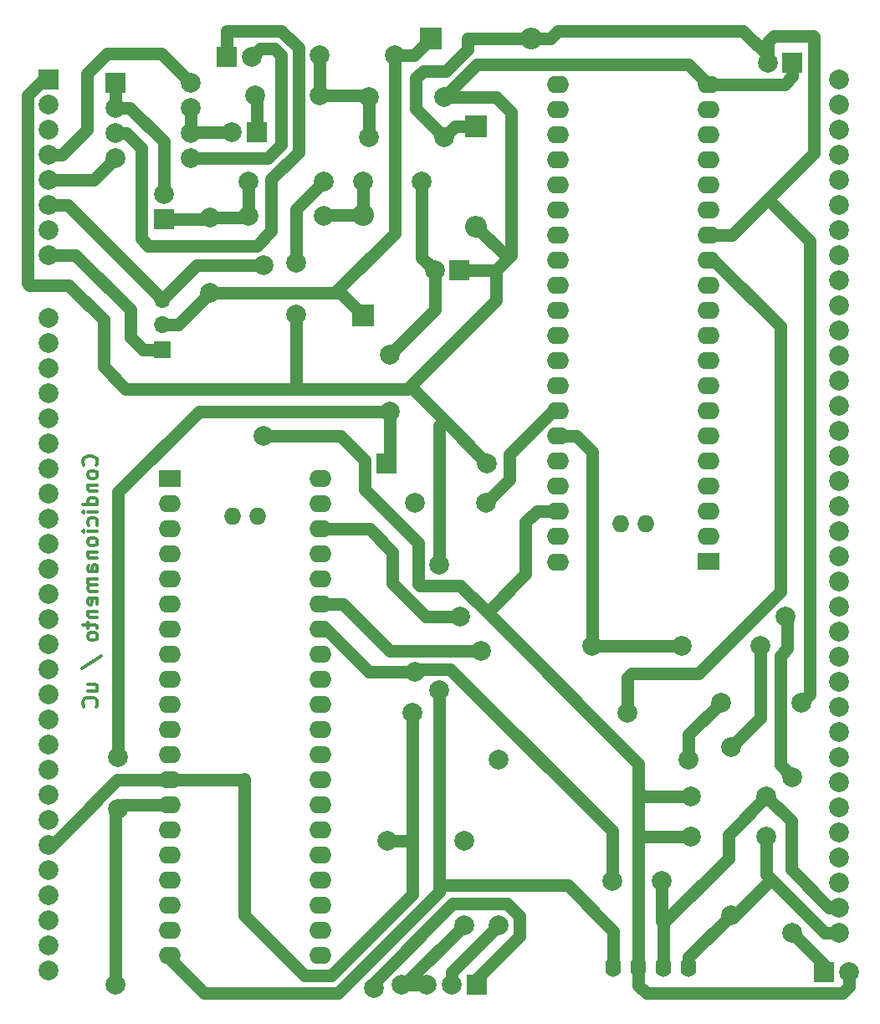
<source format=gbr>
%TF.GenerationSoftware,KiCad,Pcbnew,7.0.5-7.0.5~ubuntu20.04.1*%
%TF.CreationDate,2023-07-26T12:02:34-03:00*%
%TF.ProjectId,condicionamento_BIA_v01,636f6e64-6963-4696-9f6e-616d656e746f,v01*%
%TF.SameCoordinates,Original*%
%TF.FileFunction,Copper,L2,Bot*%
%TF.FilePolarity,Positive*%
%FSLAX46Y46*%
G04 Gerber Fmt 4.6, Leading zero omitted, Abs format (unit mm)*
G04 Created by KiCad (PCBNEW 7.0.5-7.0.5~ubuntu20.04.1) date 2023-07-26 12:02:34*
%MOMM*%
%LPD*%
G01*
G04 APERTURE LIST*
%ADD10C,0.300000*%
%TA.AperFunction,NonConductor*%
%ADD11C,0.300000*%
%TD*%
%TA.AperFunction,ComponentPad*%
%ADD12C,2.000000*%
%TD*%
%TA.AperFunction,ComponentPad*%
%ADD13O,1.600000X2.000000*%
%TD*%
%TA.AperFunction,ComponentPad*%
%ADD14R,2.200000X2.200000*%
%TD*%
%TA.AperFunction,ComponentPad*%
%ADD15O,2.200000X2.200000*%
%TD*%
%TA.AperFunction,ComponentPad*%
%ADD16R,2.000000X2.000000*%
%TD*%
%TA.AperFunction,ComponentPad*%
%ADD17R,2.250000X1.727200*%
%TD*%
%TA.AperFunction,ComponentPad*%
%ADD18O,2.250000X1.727200*%
%TD*%
%TA.AperFunction,ComponentPad*%
%ADD19O,1.727200X1.727200*%
%TD*%
%TA.AperFunction,ComponentPad*%
%ADD20R,1.700000X1.700000*%
%TD*%
%TA.AperFunction,ComponentPad*%
%ADD21O,1.700000X1.700000*%
%TD*%
%TA.AperFunction,ViaPad*%
%ADD22C,2.000000*%
%TD*%
%TA.AperFunction,Conductor*%
%ADD23C,1.270000*%
%TD*%
G04 APERTURE END LIST*
D10*
D11*
X98407971Y-93911653D02*
X98479400Y-93840225D01*
X98479400Y-93840225D02*
X98550828Y-93625939D01*
X98550828Y-93625939D02*
X98550828Y-93483082D01*
X98550828Y-93483082D02*
X98479400Y-93268796D01*
X98479400Y-93268796D02*
X98336542Y-93125939D01*
X98336542Y-93125939D02*
X98193685Y-93054510D01*
X98193685Y-93054510D02*
X97907971Y-92983082D01*
X97907971Y-92983082D02*
X97693685Y-92983082D01*
X97693685Y-92983082D02*
X97407971Y-93054510D01*
X97407971Y-93054510D02*
X97265114Y-93125939D01*
X97265114Y-93125939D02*
X97122257Y-93268796D01*
X97122257Y-93268796D02*
X97050828Y-93483082D01*
X97050828Y-93483082D02*
X97050828Y-93625939D01*
X97050828Y-93625939D02*
X97122257Y-93840225D01*
X97122257Y-93840225D02*
X97193685Y-93911653D01*
X98550828Y-94768796D02*
X98479400Y-94625939D01*
X98479400Y-94625939D02*
X98407971Y-94554510D01*
X98407971Y-94554510D02*
X98265114Y-94483082D01*
X98265114Y-94483082D02*
X97836542Y-94483082D01*
X97836542Y-94483082D02*
X97693685Y-94554510D01*
X97693685Y-94554510D02*
X97622257Y-94625939D01*
X97622257Y-94625939D02*
X97550828Y-94768796D01*
X97550828Y-94768796D02*
X97550828Y-94983082D01*
X97550828Y-94983082D02*
X97622257Y-95125939D01*
X97622257Y-95125939D02*
X97693685Y-95197368D01*
X97693685Y-95197368D02*
X97836542Y-95268796D01*
X97836542Y-95268796D02*
X98265114Y-95268796D01*
X98265114Y-95268796D02*
X98407971Y-95197368D01*
X98407971Y-95197368D02*
X98479400Y-95125939D01*
X98479400Y-95125939D02*
X98550828Y-94983082D01*
X98550828Y-94983082D02*
X98550828Y-94768796D01*
X97550828Y-95911653D02*
X98550828Y-95911653D01*
X97693685Y-95911653D02*
X97622257Y-95983082D01*
X97622257Y-95983082D02*
X97550828Y-96125939D01*
X97550828Y-96125939D02*
X97550828Y-96340225D01*
X97550828Y-96340225D02*
X97622257Y-96483082D01*
X97622257Y-96483082D02*
X97765114Y-96554511D01*
X97765114Y-96554511D02*
X98550828Y-96554511D01*
X98550828Y-97911654D02*
X97050828Y-97911654D01*
X98479400Y-97911654D02*
X98550828Y-97768796D01*
X98550828Y-97768796D02*
X98550828Y-97483082D01*
X98550828Y-97483082D02*
X98479400Y-97340225D01*
X98479400Y-97340225D02*
X98407971Y-97268796D01*
X98407971Y-97268796D02*
X98265114Y-97197368D01*
X98265114Y-97197368D02*
X97836542Y-97197368D01*
X97836542Y-97197368D02*
X97693685Y-97268796D01*
X97693685Y-97268796D02*
X97622257Y-97340225D01*
X97622257Y-97340225D02*
X97550828Y-97483082D01*
X97550828Y-97483082D02*
X97550828Y-97768796D01*
X97550828Y-97768796D02*
X97622257Y-97911654D01*
X98550828Y-98625939D02*
X97550828Y-98625939D01*
X97050828Y-98625939D02*
X97122257Y-98554511D01*
X97122257Y-98554511D02*
X97193685Y-98625939D01*
X97193685Y-98625939D02*
X97122257Y-98697368D01*
X97122257Y-98697368D02*
X97050828Y-98625939D01*
X97050828Y-98625939D02*
X97193685Y-98625939D01*
X98479400Y-99983083D02*
X98550828Y-99840225D01*
X98550828Y-99840225D02*
X98550828Y-99554511D01*
X98550828Y-99554511D02*
X98479400Y-99411654D01*
X98479400Y-99411654D02*
X98407971Y-99340225D01*
X98407971Y-99340225D02*
X98265114Y-99268797D01*
X98265114Y-99268797D02*
X97836542Y-99268797D01*
X97836542Y-99268797D02*
X97693685Y-99340225D01*
X97693685Y-99340225D02*
X97622257Y-99411654D01*
X97622257Y-99411654D02*
X97550828Y-99554511D01*
X97550828Y-99554511D02*
X97550828Y-99840225D01*
X97550828Y-99840225D02*
X97622257Y-99983083D01*
X98550828Y-100625939D02*
X97550828Y-100625939D01*
X97050828Y-100625939D02*
X97122257Y-100554511D01*
X97122257Y-100554511D02*
X97193685Y-100625939D01*
X97193685Y-100625939D02*
X97122257Y-100697368D01*
X97122257Y-100697368D02*
X97050828Y-100625939D01*
X97050828Y-100625939D02*
X97193685Y-100625939D01*
X98550828Y-101554511D02*
X98479400Y-101411654D01*
X98479400Y-101411654D02*
X98407971Y-101340225D01*
X98407971Y-101340225D02*
X98265114Y-101268797D01*
X98265114Y-101268797D02*
X97836542Y-101268797D01*
X97836542Y-101268797D02*
X97693685Y-101340225D01*
X97693685Y-101340225D02*
X97622257Y-101411654D01*
X97622257Y-101411654D02*
X97550828Y-101554511D01*
X97550828Y-101554511D02*
X97550828Y-101768797D01*
X97550828Y-101768797D02*
X97622257Y-101911654D01*
X97622257Y-101911654D02*
X97693685Y-101983083D01*
X97693685Y-101983083D02*
X97836542Y-102054511D01*
X97836542Y-102054511D02*
X98265114Y-102054511D01*
X98265114Y-102054511D02*
X98407971Y-101983083D01*
X98407971Y-101983083D02*
X98479400Y-101911654D01*
X98479400Y-101911654D02*
X98550828Y-101768797D01*
X98550828Y-101768797D02*
X98550828Y-101554511D01*
X97550828Y-102697368D02*
X98550828Y-102697368D01*
X97693685Y-102697368D02*
X97622257Y-102768797D01*
X97622257Y-102768797D02*
X97550828Y-102911654D01*
X97550828Y-102911654D02*
X97550828Y-103125940D01*
X97550828Y-103125940D02*
X97622257Y-103268797D01*
X97622257Y-103268797D02*
X97765114Y-103340226D01*
X97765114Y-103340226D02*
X98550828Y-103340226D01*
X98550828Y-104697369D02*
X97765114Y-104697369D01*
X97765114Y-104697369D02*
X97622257Y-104625940D01*
X97622257Y-104625940D02*
X97550828Y-104483083D01*
X97550828Y-104483083D02*
X97550828Y-104197369D01*
X97550828Y-104197369D02*
X97622257Y-104054511D01*
X98479400Y-104697369D02*
X98550828Y-104554511D01*
X98550828Y-104554511D02*
X98550828Y-104197369D01*
X98550828Y-104197369D02*
X98479400Y-104054511D01*
X98479400Y-104054511D02*
X98336542Y-103983083D01*
X98336542Y-103983083D02*
X98193685Y-103983083D01*
X98193685Y-103983083D02*
X98050828Y-104054511D01*
X98050828Y-104054511D02*
X97979400Y-104197369D01*
X97979400Y-104197369D02*
X97979400Y-104554511D01*
X97979400Y-104554511D02*
X97907971Y-104697369D01*
X98550828Y-105411654D02*
X97550828Y-105411654D01*
X97693685Y-105411654D02*
X97622257Y-105483083D01*
X97622257Y-105483083D02*
X97550828Y-105625940D01*
X97550828Y-105625940D02*
X97550828Y-105840226D01*
X97550828Y-105840226D02*
X97622257Y-105983083D01*
X97622257Y-105983083D02*
X97765114Y-106054512D01*
X97765114Y-106054512D02*
X98550828Y-106054512D01*
X97765114Y-106054512D02*
X97622257Y-106125940D01*
X97622257Y-106125940D02*
X97550828Y-106268797D01*
X97550828Y-106268797D02*
X97550828Y-106483083D01*
X97550828Y-106483083D02*
X97622257Y-106625940D01*
X97622257Y-106625940D02*
X97765114Y-106697369D01*
X97765114Y-106697369D02*
X98550828Y-106697369D01*
X98479400Y-107983083D02*
X98550828Y-107840226D01*
X98550828Y-107840226D02*
X98550828Y-107554512D01*
X98550828Y-107554512D02*
X98479400Y-107411654D01*
X98479400Y-107411654D02*
X98336542Y-107340226D01*
X98336542Y-107340226D02*
X97765114Y-107340226D01*
X97765114Y-107340226D02*
X97622257Y-107411654D01*
X97622257Y-107411654D02*
X97550828Y-107554512D01*
X97550828Y-107554512D02*
X97550828Y-107840226D01*
X97550828Y-107840226D02*
X97622257Y-107983083D01*
X97622257Y-107983083D02*
X97765114Y-108054512D01*
X97765114Y-108054512D02*
X97907971Y-108054512D01*
X97907971Y-108054512D02*
X98050828Y-107340226D01*
X97550828Y-108697368D02*
X98550828Y-108697368D01*
X97693685Y-108697368D02*
X97622257Y-108768797D01*
X97622257Y-108768797D02*
X97550828Y-108911654D01*
X97550828Y-108911654D02*
X97550828Y-109125940D01*
X97550828Y-109125940D02*
X97622257Y-109268797D01*
X97622257Y-109268797D02*
X97765114Y-109340226D01*
X97765114Y-109340226D02*
X98550828Y-109340226D01*
X97550828Y-109840226D02*
X97550828Y-110411654D01*
X97050828Y-110054511D02*
X98336542Y-110054511D01*
X98336542Y-110054511D02*
X98479400Y-110125940D01*
X98479400Y-110125940D02*
X98550828Y-110268797D01*
X98550828Y-110268797D02*
X98550828Y-110411654D01*
X98550828Y-111125940D02*
X98479400Y-110983083D01*
X98479400Y-110983083D02*
X98407971Y-110911654D01*
X98407971Y-110911654D02*
X98265114Y-110840226D01*
X98265114Y-110840226D02*
X97836542Y-110840226D01*
X97836542Y-110840226D02*
X97693685Y-110911654D01*
X97693685Y-110911654D02*
X97622257Y-110983083D01*
X97622257Y-110983083D02*
X97550828Y-111125940D01*
X97550828Y-111125940D02*
X97550828Y-111340226D01*
X97550828Y-111340226D02*
X97622257Y-111483083D01*
X97622257Y-111483083D02*
X97693685Y-111554512D01*
X97693685Y-111554512D02*
X97836542Y-111625940D01*
X97836542Y-111625940D02*
X98265114Y-111625940D01*
X98265114Y-111625940D02*
X98407971Y-111554512D01*
X98407971Y-111554512D02*
X98479400Y-111483083D01*
X98479400Y-111483083D02*
X98550828Y-111340226D01*
X98550828Y-111340226D02*
X98550828Y-111125940D01*
X96979400Y-114483083D02*
X98907971Y-113197369D01*
X97550828Y-116768798D02*
X98550828Y-116768798D01*
X97550828Y-116125940D02*
X98336542Y-116125940D01*
X98336542Y-116125940D02*
X98479400Y-116197369D01*
X98479400Y-116197369D02*
X98550828Y-116340226D01*
X98550828Y-116340226D02*
X98550828Y-116554512D01*
X98550828Y-116554512D02*
X98479400Y-116697369D01*
X98479400Y-116697369D02*
X98407971Y-116768798D01*
X98407971Y-118340226D02*
X98479400Y-118268798D01*
X98479400Y-118268798D02*
X98550828Y-118054512D01*
X98550828Y-118054512D02*
X98550828Y-117911655D01*
X98550828Y-117911655D02*
X98479400Y-117697369D01*
X98479400Y-117697369D02*
X98336542Y-117554512D01*
X98336542Y-117554512D02*
X98193685Y-117483083D01*
X98193685Y-117483083D02*
X97907971Y-117411655D01*
X97907971Y-117411655D02*
X97693685Y-117411655D01*
X97693685Y-117411655D02*
X97407971Y-117483083D01*
X97407971Y-117483083D02*
X97265114Y-117554512D01*
X97265114Y-117554512D02*
X97122257Y-117697369D01*
X97122257Y-117697369D02*
X97050828Y-117911655D01*
X97050828Y-117911655D02*
X97050828Y-118054512D01*
X97050828Y-118054512D02*
X97122257Y-118268798D01*
X97122257Y-118268798D02*
X97193685Y-118340226D01*
D12*
%TO.P,R5,1*%
%TO.N,n\u00F34*%
X126030000Y-56650000D03*
%TO.P,R5,2*%
%TO.N,Earth*%
X133650000Y-56650000D03*
%TD*%
D13*
%TO.P,Brd1,1,GND*%
%TO.N,Earth*%
X150780000Y-144700000D03*
%TO.P,Brd1,2,VCC*%
%TO.N,+5V*%
X153320000Y-144700000D03*
%TO.P,Brd1,3,SCL*%
%TO.N,SCL1*%
X155860000Y-144700000D03*
%TO.P,Brd1,4,SDA*%
%TO.N,SDA1*%
X158400000Y-144700000D03*
%TD*%
D12*
%TO.P,R2,1*%
%TO.N,n\u00F32*%
X113840000Y-65200000D03*
%TO.P,R2,2*%
%TO.N,Earth*%
X121460000Y-65200000D03*
%TD*%
%TO.P,R3,1*%
%TO.N,n\u00F32*%
X113840000Y-68700000D03*
%TO.P,R3,2*%
%TO.N,Amp_E1*%
X121460000Y-68700000D03*
%TD*%
D14*
%TO.P,D3,1,K*%
%TO.N,Vref*%
X132320000Y-50700000D03*
D15*
%TO.P,D3,2,A*%
%TO.N,Amp_E2*%
X142480000Y-50700000D03*
%TD*%
D16*
%TO.P,J6,1,Pin_1*%
%TO.N,Net-(J6-Pin_1)*%
X172125000Y-145200000D03*
D12*
%TO.P,J6,2,Pin_2*%
%TO.N,+5V*%
X174665000Y-145200000D03*
%TD*%
D14*
%TO.P,D4,1,K*%
%TO.N,Amp_E2*%
X136900000Y-59620000D03*
D15*
%TO.P,D4,2,A*%
%TO.N,Earth*%
X136900000Y-69780000D03*
%TD*%
D12*
%TO.P,J4,1,Pin_1*%
%TO.N,SINC*%
X173590000Y-54850000D03*
%TO.P,J4,2,Pin_2*%
%TO.N,SPI_COPI*%
X173590000Y-57390000D03*
%TO.P,J4,3,Pin_3*%
%TO.N,SPI_CIPO*%
X173590000Y-59930000D03*
%TO.P,J4,4,Pin_4*%
%TO.N,SPI_clk*%
X173590000Y-62470000D03*
%TO.P,J4,5,Pin_5*%
%TO.N,CS (AD9833)*%
X173590000Y-65010000D03*
%TO.P,J4,6,Pin_6*%
%TO.N,CS (X9c10x)*%
X173590000Y-67550000D03*
%TO.P,J4,7,Pin_7*%
%TO.N,unconnected-(J4-Pin_7-Pad7)*%
X173590000Y-70090000D03*
%TO.P,J4,8,Pin_8*%
%TO.N,unconnected-(J4-Pin_8-Pad8)*%
X173590000Y-72630000D03*
%TO.P,J4,9,Pin_9*%
%TO.N,unconnected-(J4-Pin_9-Pad9)*%
X173590000Y-75170000D03*
%TO.P,J4,10,Pin_10*%
%TO.N,unconnected-(J4-Pin_10-Pad10)*%
X173590000Y-77710000D03*
%TO.P,J4,11,Pin_11*%
%TO.N,unconnected-(J4-Pin_11-Pad11)*%
X173590000Y-80250000D03*
%TO.P,J4,12,Pin_12*%
%TO.N,unconnected-(J4-Pin_12-Pad12)*%
X173590000Y-82790000D03*
%TO.P,J4,13,Pin_13*%
%TO.N,unconnected-(J4-Pin_13-Pad13)*%
X173590000Y-85330000D03*
%TO.P,J4,14,Pin_14*%
%TO.N,unconnected-(J4-Pin_14-Pad14)*%
X173590000Y-87870000D03*
%TO.P,J4,15,Pin_15*%
%TO.N,unconnected-(J4-Pin_15-Pad15)*%
X173590000Y-90410000D03*
%TO.P,J4,16,Pin_16*%
%TO.N,unconnected-(J4-Pin_16-Pad16)*%
X173590000Y-92950000D03*
%TO.P,J4,17,Pin_17*%
%TO.N,unconnected-(J4-Pin_17-Pad17)*%
X173590000Y-95490000D03*
%TO.P,J4,18,Pin_18*%
%TO.N,unconnected-(J4-Pin_18-Pad18)*%
X173590000Y-98030000D03*
%TO.P,J4,19,Pin_19*%
%TO.N,unconnected-(J4-Pin_19-Pad19)*%
X173590000Y-100570000D03*
%TO.P,J4,20,Pin_20*%
%TO.N,unconnected-(J4-Pin_20-Pad20)*%
X173590000Y-103110000D03*
%TO.P,J4,21,Pin_21*%
%TO.N,unconnected-(J4-Pin_21-Pad21)*%
X173590000Y-105650000D03*
%TO.P,J4,22,Pin_22*%
%TO.N,unconnected-(J4-Pin_22-Pad22)*%
X173590000Y-108190000D03*
%TO.P,J4,23,Pin_23*%
%TO.N,unconnected-(J4-Pin_23-Pad23)*%
X173590000Y-110730000D03*
%TO.P,J4,24,Pin_24*%
%TO.N,unconnected-(J4-Pin_24-Pad24)*%
X173590000Y-113270000D03*
%TO.P,J4,25,Pin_25*%
%TO.N,unconnected-(J4-Pin_25-Pad25)*%
X173590000Y-115810000D03*
%TO.P,J4,26,Pin_26*%
%TO.N,unconnected-(J4-Pin_26-Pad26)*%
X173590000Y-118350000D03*
%TO.P,J4,27,Pin_27*%
%TO.N,unconnected-(J4-Pin_27-Pad27)*%
X173590000Y-120890000D03*
%TO.P,J4,28,Pin_28*%
%TO.N,unconnected-(J4-Pin_28-Pad28)*%
X173590000Y-123430000D03*
%TO.P,J4,29,Pin_29*%
%TO.N,unconnected-(J4-Pin_29-Pad29)*%
X173590000Y-125970000D03*
%TO.P,J4,30,Pin_30*%
%TO.N,SCL3*%
X173590000Y-128510000D03*
%TO.P,J4,31,Pin_31*%
%TO.N,SDA3*%
X173590000Y-131050000D03*
%TO.P,J4,32,Pin_32*%
%TO.N,SCL2*%
X173590000Y-133590000D03*
%TO.P,J4,33,Pin_33*%
%TO.N,SDA2*%
X173590000Y-136130000D03*
%TO.P,J4,34,Pin_34*%
%TO.N,SCL1*%
X173590000Y-138670000D03*
%TO.P,J4,35,Pin_35*%
%TO.N,SDA1*%
X173590000Y-141210000D03*
%TD*%
D16*
%TO.P,J7,1,Pin_1*%
%TO.N,E1*%
X111625000Y-52575000D03*
D12*
%TO.P,J7,2,Pin_2*%
%TO.N,E2*%
X114165000Y-52575000D03*
%TD*%
D14*
%TO.P,D1,1,K*%
%TO.N,Vref*%
X125400000Y-78780000D03*
D15*
%TO.P,D1,2,A*%
%TO.N,Amp_E1*%
X125400000Y-68620000D03*
%TD*%
D17*
%TO.P,U2,1,VBAT*%
%TO.N,unconnected-(U2-VBAT-Pad1)*%
X160400000Y-103640000D03*
D18*
%TO.P,U2,2,PC13_LED*%
%TO.N,unconnected-(U2-PC13_LED-Pad2)*%
X160400000Y-101100000D03*
%TO.P,U2,3,PC14*%
%TO.N,unconnected-(U2-PC14-Pad3)*%
X160400000Y-98560000D03*
%TO.P,U2,4,PC15*%
%TO.N,unconnected-(U2-PC15-Pad4)*%
X160400000Y-96020000D03*
%TO.P,U2,5,PA0*%
%TO.N,unconnected-(U2-PA0-Pad5)*%
X160400000Y-93480000D03*
%TO.P,U2,6,PA1*%
%TO.N,unconnected-(U2-PA1-Pad6)*%
X160400000Y-90940000D03*
%TO.P,U2,7,PA2_TX2*%
%TO.N,unconnected-(U2-PA2_TX2-Pad7)*%
X160400000Y-88400000D03*
%TO.P,U2,8,PA3_RX2*%
%TO.N,unconnected-(U2-PA3_RX2-Pad8)*%
X160400000Y-85860000D03*
%TO.P,U2,9,PA4*%
%TO.N,unconnected-(U2-PA4-Pad9)*%
X160400000Y-83320000D03*
%TO.P,U2,10,PA5_SCK1*%
%TO.N,unconnected-(U2-PA5_SCK1-Pad10)*%
X160400000Y-80780000D03*
%TO.P,U2,11,PA6_MISO1*%
%TO.N,unconnected-(U2-PA6_MISO1-Pad11)*%
X160400000Y-78240000D03*
%TO.P,U2,12,PA7_MOSI1*%
%TO.N,unconnected-(U2-PA7_MOSI1-Pad12)*%
X160400000Y-75700000D03*
%TO.P,U2,13,PB0*%
%TO.N,AmpI1*%
X160400000Y-73160000D03*
%TO.P,U2,14,PB1*%
%TO.N,Amp_E2*%
X160400000Y-70620000D03*
%TO.P,U2,15,PB10_SCL2*%
%TO.N,unconnected-(U2-PB10_SCL2-Pad15)*%
X160400000Y-68080000D03*
%TO.P,U2,16,PB11_SDA2*%
%TO.N,unconnected-(U2-PB11_SDA2-Pad16)*%
X160400000Y-65540000D03*
%TO.P,U2,17,NRST*%
%TO.N,unconnected-(U2-NRST-Pad17)*%
X160400000Y-63000000D03*
%TO.P,U2,18,VCC3V3*%
%TO.N,unconnected-(U2-VCC3V3-Pad18)*%
X160400000Y-60460000D03*
%TO.P,U2,19,GND*%
%TO.N,unconnected-(U2-GND-Pad19)*%
X160400000Y-57920000D03*
%TO.P,U2,20,GND*%
%TO.N,Earth*%
X160400000Y-55380000D03*
%TO.P,U2,21,PB12*%
%TO.N,unconnected-(U2-PB12-Pad21)*%
X145160000Y-55380000D03*
%TO.P,U2,22,PB13_SCK2*%
%TO.N,unconnected-(U2-PB13_SCK2-Pad22)*%
X145160000Y-57920000D03*
%TO.P,U2,23,PB14_MISO2*%
%TO.N,unconnected-(U2-PB14_MISO2-Pad23)*%
X145160000Y-60460000D03*
%TO.P,U2,24,PB15_MOSI2*%
%TO.N,unconnected-(U2-PB15_MOSI2-Pad24)*%
X145160000Y-63000000D03*
%TO.P,U2,25,PA8*%
%TO.N,unconnected-(U2-PA8-Pad25)*%
X145160000Y-65540000D03*
%TO.P,U2,26,PA9_TX1*%
%TO.N,unconnected-(U2-PA9_TX1-Pad26)*%
X145160000Y-68080000D03*
%TO.P,U2,27,PA10_RX1*%
%TO.N,unconnected-(U2-PA10_RX1-Pad27)*%
X145160000Y-70620000D03*
%TO.P,U2,28,PA11_USB_D-*%
%TO.N,unconnected-(U2-PA11_USB_D--Pad28)*%
X145160000Y-73160000D03*
%TO.P,U2,29,PA12_USBD+*%
%TO.N,unconnected-(U2-PA12_USBD+-Pad29)*%
X145160000Y-75700000D03*
%TO.P,U2,30,PA15*%
%TO.N,unconnected-(U2-PA15-Pad30)*%
X145160000Y-78240000D03*
%TO.P,U2,31,PB3*%
%TO.N,unconnected-(U2-PB3-Pad31)*%
X145160000Y-80780000D03*
%TO.P,U2,32,PB4*%
%TO.N,unconnected-(U2-PB4-Pad32)*%
X145160000Y-83320000D03*
%TO.P,U2,33,PB5*%
%TO.N,unconnected-(U2-PB5-Pad33)*%
X145160000Y-85860000D03*
%TO.P,U2,34,PB6_SCL1*%
%TO.N,SCL1*%
X145160000Y-88400000D03*
%TO.P,U2,35,PB7_SDA1*%
%TO.N,SDA1*%
X145160000Y-90940000D03*
%TO.P,U2,36,PB8*%
%TO.N,unconnected-(U2-PB8-Pad36)*%
X145160000Y-93480000D03*
%TO.P,U2,37,PB9*%
%TO.N,unconnected-(U2-PB9-Pad37)*%
X145160000Y-96020000D03*
%TO.P,U2,38,5V_USB*%
%TO.N,+5V*%
X145160000Y-98560000D03*
%TO.P,U2,39,GND*%
%TO.N,unconnected-(U2-GND-Pad39)*%
X145160000Y-101100000D03*
%TO.P,U2,40,VCC3V3*%
%TO.N,unconnected-(U2-VCC3V3-Pad40)*%
X145160000Y-103690800D03*
D19*
%TO.P,U2,41,PA14_SWCLK*%
%TO.N,unconnected-(U2-PA14_SWCLK-Pad41)*%
X151500000Y-99830000D03*
%TO.P,U2,42,PA13_SWDIO*%
%TO.N,unconnected-(U2-PA13_SWDIO-Pad42)*%
X154040000Y-99830000D03*
%TD*%
D12*
%TO.P,pullupsda1,1*%
%TO.N,SDA1*%
X166270000Y-131500000D03*
%TO.P,pullupsda1,2*%
%TO.N,+5V*%
X158650000Y-131500000D03*
%TD*%
%TO.P,C3,1*%
%TO.N,n\u00F33*%
X112150000Y-60200000D03*
D16*
%TO.P,C3,2*%
%TO.N,n\u00F34*%
X114650000Y-60200000D03*
%TD*%
%TO.P,J2,1,Pin_1*%
%TO.N,Earth*%
X93580000Y-54850000D03*
D12*
%TO.P,J2,2,Pin_2*%
%TO.N,VCC*%
X93580000Y-57390000D03*
%TO.P,J2,3,Pin_3*%
%TO.N,VEE*%
X93580000Y-59930000D03*
%TO.P,J2,4,Pin_4*%
%TO.N,+9V*%
X93580000Y-62470000D03*
%TO.P,J2,5,Pin_5*%
%TO.N,-9V*%
X93580000Y-65010000D03*
%TO.P,J2,6,Pin_6*%
%TO.N,+5V*%
X93580000Y-67550000D03*
%TO.P,J2,7,Pin_7*%
%TO.N,-5V*%
X93580000Y-70090000D03*
%TO.P,J2,8,Pin_8*%
%TO.N,+3.3V*%
X93580000Y-72630000D03*
%TD*%
%TO.P,J3,1,Pin_1*%
%TO.N,unconnected-(J3-Pin_1-Pad1)*%
X93580000Y-78980000D03*
%TO.P,J3,2,Pin_2*%
%TO.N,unconnected-(J3-Pin_2-Pad2)*%
X93580000Y-81520000D03*
%TO.P,J3,3,Pin_3*%
%TO.N,unconnected-(J3-Pin_3-Pad3)*%
X93580000Y-84060000D03*
%TO.P,J3,4,Pin_4*%
%TO.N,unconnected-(J3-Pin_4-Pad4)*%
X93580000Y-86600000D03*
%TO.P,J3,5,Pin_5*%
%TO.N,unconnected-(J3-Pin_5-Pad5)*%
X93580000Y-89140000D03*
%TO.P,J3,6,Pin_6*%
%TO.N,unconnected-(J3-Pin_6-Pad6)*%
X93580000Y-91680000D03*
%TO.P,J3,7,Pin_7*%
%TO.N,unconnected-(J3-Pin_7-Pad7)*%
X93580000Y-94220000D03*
%TO.P,J3,8,Pin_8*%
%TO.N,unconnected-(J3-Pin_8-Pad8)*%
X93580000Y-96760000D03*
%TO.P,J3,9,Pin_9*%
%TO.N,unconnected-(J3-Pin_9-Pad9)*%
X93580000Y-99300000D03*
%TO.P,J3,10,Pin_10*%
%TO.N,unconnected-(J3-Pin_10-Pad10)*%
X93580000Y-101840000D03*
%TO.P,J3,11,Pin_11*%
%TO.N,unconnected-(J3-Pin_11-Pad11)*%
X93580000Y-104380000D03*
%TO.P,J3,12,Pin_12*%
%TO.N,unconnected-(J3-Pin_12-Pad12)*%
X93580000Y-106920000D03*
%TO.P,J3,13,Pin_13*%
%TO.N,unconnected-(J3-Pin_13-Pad13)*%
X93580000Y-109460000D03*
%TO.P,J3,14,Pin_14*%
%TO.N,unconnected-(J3-Pin_14-Pad14)*%
X93580000Y-112000000D03*
%TO.P,J3,15,Pin_15*%
%TO.N,unconnected-(J3-Pin_15-Pad15)*%
X93580000Y-114540000D03*
%TO.P,J3,16,Pin_16*%
%TO.N,unconnected-(J3-Pin_16-Pad16)*%
X93580000Y-117080000D03*
%TO.P,J3,17,Pin_17*%
%TO.N,unconnected-(J3-Pin_17-Pad17)*%
X93580000Y-119620000D03*
%TO.P,J3,18,Pin_18*%
%TO.N,unconnected-(J3-Pin_18-Pad18)*%
X93580000Y-122160000D03*
%TO.P,J3,19,Pin_19*%
%TO.N,unconnected-(J3-Pin_19-Pad19)*%
X93580000Y-124700000D03*
%TO.P,J3,20,Pin_20*%
%TO.N,I1*%
X93580000Y-127240000D03*
%TO.P,J3,21,Pin_21*%
%TO.N,I2*%
X93580000Y-129780000D03*
%TO.P,J3,22,Pin_22*%
%TO.N,AmpI1*%
X93580000Y-132320000D03*
%TO.P,J3,23,Pin_23*%
%TO.N,AmpI2*%
X93580000Y-134860000D03*
%TO.P,J3,24,Pin_24*%
%TO.N,Sin1*%
X93580000Y-137400000D03*
%TO.P,J3,25,Pin_25*%
%TO.N,Sin2*%
X93580000Y-139940000D03*
%TO.P,J3,26,Pin_26*%
%TO.N,SinA*%
X93580000Y-142480000D03*
%TO.P,J3,27,Pin_27*%
%TO.N,SinB*%
X93580000Y-145020000D03*
%TD*%
D16*
%TO.P,J5,1,Pin_1*%
%TO.N,Amp_E1*%
X136950000Y-146500000D03*
D12*
%TO.P,J5,2,Pin_2*%
%TO.N,Amp_E2*%
X134410000Y-146500000D03*
%TO.P,J5,3,Pin_3*%
%TO.N,AmpI1*%
X131870000Y-146500000D03*
%TO.P,J5,4,Pin_4*%
X129330000Y-146500000D03*
%TD*%
D16*
%TO.P,U1,1,OUT1*%
%TO.N,n\u00F31*%
X100400000Y-55200000D03*
D12*
%TO.P,U1,2,-IN1*%
X100400000Y-57740000D03*
%TO.P,U1,3,+IN1*%
%TO.N,E1*%
X100400000Y-60280000D03*
%TO.P,U1,4,V-*%
%TO.N,-9V*%
X100400000Y-62820000D03*
%TO.P,U1,5,+IN2*%
%TO.N,E2*%
X108020000Y-62820000D03*
%TO.P,U1,6,-IN2*%
%TO.N,n\u00F33*%
X108020000Y-60280000D03*
%TO.P,U1,7,OUT2*%
X108020000Y-57740000D03*
%TO.P,U1,8,V+*%
%TO.N,+9V*%
X108020000Y-55200000D03*
%TD*%
%TO.P,R1,1*%
%TO.N,Vref*%
X109900000Y-76510000D03*
%TO.P,R1,2*%
%TO.N,n\u00F32*%
X109900000Y-68890000D03*
%TD*%
D16*
%TO.P,D2,1,K*%
%TO.N,Amp_E1*%
X127820000Y-93700000D03*
D12*
%TO.P,D2,2,A*%
%TO.N,Earth*%
X137980000Y-93700000D03*
%TD*%
D17*
%TO.P,U3,1,VBAT*%
%TO.N,unconnected-(U3-VBAT-Pad1)*%
X105900000Y-95289200D03*
D18*
%TO.P,U3,2,PC13_LED*%
%TO.N,unconnected-(U3-PC13_LED-Pad2)*%
X105900000Y-97829200D03*
%TO.P,U3,3,PC14*%
%TO.N,unconnected-(U3-PC14-Pad3)*%
X105900000Y-100369200D03*
%TO.P,U3,4,PC15*%
%TO.N,unconnected-(U3-PC15-Pad4)*%
X105900000Y-102909200D03*
%TO.P,U3,5,PA0*%
%TO.N,unconnected-(U3-PA0-Pad5)*%
X105900000Y-105449200D03*
%TO.P,U3,6,PA1*%
%TO.N,unconnected-(U3-PA1-Pad6)*%
X105900000Y-107989200D03*
%TO.P,U3,7,PA2_TX2*%
%TO.N,unconnected-(U3-PA2_TX2-Pad7)*%
X105900000Y-110529200D03*
%TO.P,U3,8,PA3_RX2*%
%TO.N,unconnected-(U3-PA3_RX2-Pad8)*%
X105900000Y-113069200D03*
%TO.P,U3,9,PA4*%
%TO.N,unconnected-(U3-PA4-Pad9)*%
X105900000Y-115609200D03*
%TO.P,U3,10,PA5_SCK1*%
%TO.N,unconnected-(U3-PA5_SCK1-Pad10)*%
X105900000Y-118149200D03*
%TO.P,U3,11,PA6_MISO1*%
%TO.N,unconnected-(U3-PA6_MISO1-Pad11)*%
X105900000Y-120689200D03*
%TO.P,U3,12,PA7_MOSI1*%
%TO.N,unconnected-(U3-PA7_MOSI1-Pad12)*%
X105900000Y-123229200D03*
%TO.P,U3,13,PB0*%
%TO.N,AmpI1*%
X105900000Y-125769200D03*
%TO.P,U3,14,PB1*%
%TO.N,Amp_E1*%
X105900000Y-128309200D03*
%TO.P,U3,15,PB10_SCL2*%
%TO.N,unconnected-(U3-PB10_SCL2-Pad15)*%
X105900000Y-130849200D03*
%TO.P,U3,16,PB11_SDA2*%
%TO.N,unconnected-(U3-PB11_SDA2-Pad16)*%
X105900000Y-133389200D03*
%TO.P,U3,17,NRST*%
%TO.N,unconnected-(U3-NRST-Pad17)*%
X105900000Y-135929200D03*
%TO.P,U3,18,VCC3V3*%
%TO.N,unconnected-(U3-VCC3V3-Pad18)*%
X105900000Y-138469200D03*
%TO.P,U3,19,GND*%
%TO.N,unconnected-(U3-GND-Pad19)*%
X105900000Y-141009200D03*
%TO.P,U3,20,GND*%
%TO.N,Earth*%
X105900000Y-143549200D03*
%TO.P,U3,21,PB12*%
%TO.N,unconnected-(U3-PB12-Pad21)*%
X121140000Y-143549200D03*
%TO.P,U3,22,PB13_SCK2*%
%TO.N,unconnected-(U3-PB13_SCK2-Pad22)*%
X121140000Y-141009200D03*
%TO.P,U3,23,PB14_MISO2*%
%TO.N,unconnected-(U3-PB14_MISO2-Pad23)*%
X121140000Y-138469200D03*
%TO.P,U3,24,PB15_MOSI2*%
%TO.N,unconnected-(U3-PB15_MOSI2-Pad24)*%
X121140000Y-135929200D03*
%TO.P,U3,25,PA8*%
%TO.N,unconnected-(U3-PA8-Pad25)*%
X121140000Y-133389200D03*
%TO.P,U3,26,PA9_TX1*%
%TO.N,unconnected-(U3-PA9_TX1-Pad26)*%
X121140000Y-130849200D03*
%TO.P,U3,27,PA10_RX1*%
%TO.N,unconnected-(U3-PA10_RX1-Pad27)*%
X121140000Y-128309200D03*
%TO.P,U3,28,PA11_USB_D-*%
%TO.N,unconnected-(U3-PA11_USB_D--Pad28)*%
X121140000Y-125769200D03*
%TO.P,U3,29,PA12_USBD+*%
%TO.N,unconnected-(U3-PA12_USBD+-Pad29)*%
X121140000Y-123229200D03*
%TO.P,U3,30,PA15*%
%TO.N,unconnected-(U3-PA15-Pad30)*%
X121140000Y-120689200D03*
%TO.P,U3,31,PB3*%
%TO.N,unconnected-(U3-PB3-Pad31)*%
X121140000Y-118149200D03*
%TO.P,U3,32,PB4*%
%TO.N,unconnected-(U3-PB4-Pad32)*%
X121140000Y-115609200D03*
%TO.P,U3,33,PB5*%
%TO.N,unconnected-(U3-PB5-Pad33)*%
X121140000Y-113069200D03*
%TO.P,U3,34,PB6_SCL1*%
%TO.N,SCL1*%
X121140000Y-110529200D03*
%TO.P,U3,35,PB7_SDA1*%
%TO.N,SDA1*%
X121140000Y-107989200D03*
%TO.P,U3,36,PB8*%
%TO.N,unconnected-(U3-PB8-Pad36)*%
X121140000Y-105449200D03*
%TO.P,U3,37,PB9*%
%TO.N,unconnected-(U3-PB9-Pad37)*%
X121140000Y-102909200D03*
%TO.P,U3,38,5V_USB*%
%TO.N,Net-(J6-Pin_1)*%
X121140000Y-100369200D03*
%TO.P,U3,39,GND*%
%TO.N,unconnected-(U3-GND-Pad39)*%
X121140000Y-97829200D03*
%TO.P,U3,40,VCC3V3*%
%TO.N,unconnected-(U3-VCC3V3-Pad40)*%
X121140000Y-95238400D03*
D19*
%TO.P,U3,41,PA14_SWCLK*%
%TO.N,unconnected-(U3-PA14_SWCLK-Pad41)*%
X114800000Y-99099200D03*
%TO.P,U3,42,PA13_SWDIO*%
%TO.N,unconnected-(U3-PA13_SWDIO-Pad42)*%
X112260000Y-99099200D03*
%TD*%
D12*
%TO.P,R6,1*%
%TO.N,n\u00F34*%
X126030000Y-60700000D03*
%TO.P,R6,2*%
%TO.N,Amp_E2*%
X133650000Y-60700000D03*
%TD*%
D20*
%TO.P,J1,1,Pin_1*%
%TO.N,+3.3V*%
X105150000Y-82200000D03*
D21*
%TO.P,J1,2,Pin_2*%
%TO.N,Vref*%
X105150000Y-79660000D03*
%TO.P,J1,3,Pin_3*%
%TO.N,+5V*%
X105150000Y-77120000D03*
%TD*%
D12*
%TO.P,pullupscl1,1*%
%TO.N,SCL1*%
X166270000Y-127450000D03*
%TO.P,pullupscl1,2*%
%TO.N,+5V*%
X158650000Y-127450000D03*
%TD*%
%TO.P,R4,1*%
%TO.N,Vref*%
X128650000Y-52450000D03*
%TO.P,R4,2*%
%TO.N,n\u00F34*%
X121030000Y-52450000D03*
%TD*%
%TO.P,C4,1*%
%TO.N,Amp_E2*%
X166400000Y-53200000D03*
D16*
%TO.P,C4,2*%
%TO.N,Earth*%
X168900000Y-53200000D03*
%TD*%
D12*
%TO.P,C2,1*%
%TO.N,Amp_E1*%
X132694888Y-74200000D03*
D16*
%TO.P,C2,2*%
%TO.N,Earth*%
X135194888Y-74200000D03*
%TD*%
D12*
%TO.P,C1,1*%
%TO.N,n\u00F31*%
X105250000Y-66494888D03*
D16*
%TO.P,C1,2*%
%TO.N,n\u00F32*%
X105250000Y-68994888D03*
%TD*%
D22*
%TO.N,+5V*%
X115400000Y-90950000D03*
X115400000Y-73700000D03*
%TO.N,Earth*%
X133150000Y-116700000D03*
X133150000Y-103950000D03*
X118650000Y-78700000D03*
X118650000Y-73450000D03*
%TO.N,SCL1*%
X150650000Y-135950000D03*
X137900000Y-97700000D03*
X130650000Y-114834500D03*
X130650000Y-97700000D03*
X155650000Y-135950000D03*
%TO.N,SDA1*%
X162650000Y-122450000D03*
X157650000Y-112200000D03*
X137400000Y-112700000D03*
X165650000Y-112200000D03*
X162650000Y-139450000D03*
X148650000Y-112200000D03*
%TO.N,Amp_E1*%
X131400000Y-65200000D03*
X100400000Y-146450000D03*
X125400000Y-65200000D03*
X128150000Y-82700000D03*
X100650000Y-123450000D03*
X100659320Y-128709320D03*
X128150000Y-88450000D03*
X126499423Y-146799422D03*
%TO.N,n\u00F34*%
X114515500Y-56450000D03*
X121034500Y-56450000D03*
%TO.N,Amp_E2*%
X139150000Y-123700000D03*
X169784500Y-117950000D03*
X158400000Y-123700000D03*
X161650000Y-117950000D03*
X139150000Y-140450000D03*
%TO.N,AmpI1*%
X152150000Y-118950000D03*
X135650000Y-140450000D03*
X135650000Y-131950000D03*
X127900000Y-131950000D03*
X130400000Y-118950000D03*
%TO.N,Net-(J6-Pin_1)*%
X168900000Y-125450000D03*
X168900000Y-141200000D03*
X135284500Y-109200000D03*
X168159320Y-109209320D03*
%TD*%
D23*
%TO.N,Amp_E1*%
X136950000Y-146500000D02*
X136950000Y-145900000D01*
X136950000Y-145900000D02*
X141285000Y-141565000D01*
%TO.N,Amp_E2*%
X134410000Y-146500000D02*
X134410000Y-145190000D01*
X134410000Y-145190000D02*
X139150000Y-140450000D01*
%TO.N,AmpI1*%
X129330000Y-146500000D02*
X129600000Y-146500000D01*
X129600000Y-146500000D02*
X135650000Y-140450000D01*
X131870000Y-146500000D02*
X129330000Y-146500000D01*
%TO.N,E2*%
X108020000Y-62820000D02*
X115776842Y-62820000D01*
X115776842Y-62820000D02*
X117125000Y-61471842D01*
X117125000Y-61471842D02*
X117125000Y-52428158D01*
X117125000Y-52428158D02*
X116441842Y-51745000D01*
X116441842Y-51745000D02*
X114995000Y-51745000D01*
X114995000Y-51745000D02*
X114165000Y-52575000D01*
%TO.N,Amp_E2*%
X133650000Y-60700000D02*
X130750000Y-57800000D01*
X131500000Y-54000000D02*
X133796842Y-54000000D01*
X136000000Y-50750000D02*
X136050000Y-50700000D01*
X130750000Y-57800000D02*
X130750000Y-54750000D01*
X130750000Y-54750000D02*
X131500000Y-54000000D01*
X133796842Y-54000000D02*
X136000000Y-51796842D01*
X136000000Y-51796842D02*
X136000000Y-50750000D01*
X136050000Y-50700000D02*
X142480000Y-50700000D01*
X171035000Y-62315000D02*
X166400000Y-66950000D01*
X171035000Y-50535000D02*
X171035000Y-62315000D01*
X170956748Y-50456748D02*
X171035000Y-50535000D01*
X167043252Y-50456748D02*
X170956748Y-50456748D01*
X166400000Y-51100000D02*
X167043252Y-50456748D01*
X166400000Y-53200000D02*
X166400000Y-51100000D01*
%TO.N,SCL1*%
X166270000Y-127450000D02*
X168750000Y-129930000D01*
X168750000Y-129930000D02*
X168750000Y-134800000D01*
X168750000Y-134800000D02*
X172620000Y-138670000D01*
X172620000Y-138670000D02*
X173590000Y-138670000D01*
%TO.N,+5V*%
X174665000Y-145200000D02*
X174665000Y-146630000D01*
X173930200Y-147364800D02*
X154114800Y-147364800D01*
X174665000Y-146630000D02*
X173930200Y-147364800D01*
X154114800Y-147364800D02*
X153320000Y-146570000D01*
X153320000Y-146570000D02*
X153320000Y-144700000D01*
%TO.N,E1*%
X100400000Y-60280000D02*
X101477630Y-60280000D01*
X101477630Y-60280000D02*
X103000000Y-61802370D01*
X103000000Y-61802370D02*
X103000000Y-71000000D01*
X118895000Y-51695000D02*
X117175000Y-49975000D01*
X103000000Y-71000000D02*
X103700000Y-71700000D01*
X103700000Y-71700000D02*
X114650000Y-71700000D01*
X114650000Y-71700000D02*
X116150000Y-70200000D01*
X117175000Y-49975000D02*
X111625000Y-49975000D01*
X111625000Y-49975000D02*
X111625000Y-52575000D01*
X116150000Y-70200000D02*
X116150000Y-64950000D01*
X116150000Y-64950000D02*
X118895000Y-62205000D01*
X118895000Y-62205000D02*
X118895000Y-51695000D01*
%TO.N,n\u00F32*%
X105250000Y-68994888D02*
X109795112Y-68994888D01*
X109795112Y-68994888D02*
X109900000Y-68890000D01*
%TO.N,n\u00F31*%
X105250000Y-66494888D02*
X105250000Y-61175787D01*
X105250000Y-61175787D02*
X101814213Y-57740000D01*
X101814213Y-57740000D02*
X100400000Y-57740000D01*
%TO.N,+9V*%
X93580000Y-62470000D02*
X94994213Y-62470000D01*
X94994213Y-62470000D02*
X97500000Y-59964213D01*
X97500000Y-59964213D02*
X97500000Y-54306000D01*
X97500000Y-54306000D02*
X99556000Y-52250000D01*
X99556000Y-52250000D02*
X105070000Y-52250000D01*
X105070000Y-52250000D02*
X108020000Y-55200000D01*
%TO.N,-9V*%
X93580000Y-65010000D02*
X98210000Y-65010000D01*
X98210000Y-65010000D02*
X100400000Y-62820000D01*
%TO.N,+5V*%
X153320000Y-126950000D02*
X153320000Y-131700000D01*
X105150000Y-77120000D02*
X108570000Y-73700000D01*
X115400000Y-90950000D02*
X123150000Y-90950000D01*
X153520000Y-131500000D02*
X153320000Y-131700000D01*
X105150000Y-77120000D02*
X95580000Y-67550000D01*
X138025000Y-108825000D02*
X153320000Y-124120000D01*
X138025000Y-108825000D02*
X141900000Y-104950000D01*
X158650000Y-131500000D02*
X153520000Y-131500000D01*
X158650000Y-127450000D02*
X153820000Y-127450000D01*
X131015000Y-105950000D02*
X131150000Y-106085000D01*
X125585000Y-96385000D02*
X131015000Y-101815000D01*
X125585000Y-93385000D02*
X125585000Y-96385000D01*
X153320000Y-124120000D02*
X153320000Y-126950000D01*
X123150000Y-90950000D02*
X125585000Y-93385000D01*
X143040000Y-98560000D02*
X145160000Y-98560000D01*
X141900000Y-104950000D02*
X141900000Y-99700000D01*
X131015000Y-101815000D02*
X131015000Y-105950000D01*
X131150000Y-106085000D02*
X135285000Y-106085000D01*
X145020000Y-98700000D02*
X145160000Y-98560000D01*
X153820000Y-127450000D02*
X153320000Y-126950000D01*
X95580000Y-67550000D02*
X93580000Y-67550000D01*
X135285000Y-106085000D02*
X138025000Y-108825000D01*
X141900000Y-99700000D02*
X143040000Y-98560000D01*
X153320000Y-144700000D02*
X153320000Y-131700000D01*
X108570000Y-73700000D02*
X115400000Y-73700000D01*
%TO.N,+3.3V*%
X101900000Y-78200000D02*
X96330000Y-72630000D01*
X103150000Y-82200000D02*
X101900000Y-80950000D01*
X105150000Y-82200000D02*
X103150000Y-82200000D01*
X101900000Y-80950000D02*
X101900000Y-78200000D01*
X96330000Y-72630000D02*
X93580000Y-72630000D01*
%TO.N,Earth*%
X140400000Y-72700000D02*
X140400000Y-58150000D01*
X138900000Y-74200000D02*
X140400000Y-72700000D01*
X91650000Y-75700000D02*
X95650000Y-75700000D01*
X138900000Y-77200000D02*
X138900000Y-74200000D01*
X118650000Y-86200000D02*
X129900000Y-86200000D01*
X91445000Y-75495000D02*
X91650000Y-75700000D01*
X137980000Y-93700000D02*
X133690000Y-89410000D01*
X133150000Y-136450000D02*
X133150000Y-137130205D01*
X168900000Y-54570000D02*
X168900000Y-53200000D01*
X133150000Y-137130205D02*
X122915405Y-147364800D01*
X138900000Y-56650000D02*
X133650000Y-56650000D01*
X93580000Y-54850000D02*
X93100654Y-54850000D01*
X133150000Y-136450000D02*
X146150000Y-136450000D01*
X99150000Y-79200000D02*
X99150000Y-81700000D01*
X133690000Y-89410000D02*
X130230000Y-85950000D01*
X129900000Y-86200000D02*
X130150000Y-85950000D01*
X118650000Y-68010000D02*
X118650000Y-73450000D01*
X118650000Y-78700000D02*
X118650000Y-86200000D01*
X121460000Y-65200000D02*
X118650000Y-68010000D01*
X95900000Y-75950000D02*
X99150000Y-79200000D01*
X130230000Y-85950000D02*
X130150000Y-85950000D01*
X136918600Y-53381400D02*
X158401400Y-53381400D01*
X139820000Y-72700000D02*
X140400000Y-72700000D01*
X133650000Y-56650000D02*
X136918600Y-53381400D01*
X133150000Y-103950000D02*
X133150000Y-89950000D01*
X135400000Y-80700000D02*
X138900000Y-77200000D01*
X91445000Y-56505654D02*
X91445000Y-75495000D01*
X133150000Y-89950000D02*
X133690000Y-89410000D01*
X130150000Y-85950000D02*
X135400000Y-80700000D01*
X93100654Y-54850000D02*
X91445000Y-56505654D01*
X135194888Y-74200000D02*
X138900000Y-74200000D01*
X168090000Y-55380000D02*
X168900000Y-54570000D01*
X158401400Y-53381400D02*
X160400000Y-55380000D01*
X95650000Y-75700000D02*
X95900000Y-75950000D01*
X101400000Y-86200000D02*
X118650000Y-86200000D01*
X99150000Y-81700000D02*
X99150000Y-83950000D01*
X150780000Y-144700000D02*
X150780000Y-141080000D01*
X136900000Y-69780000D02*
X139820000Y-72700000D01*
X140400000Y-58150000D02*
X138900000Y-56650000D01*
X133150000Y-116700000D02*
X133150000Y-136450000D01*
X99150000Y-83950000D02*
X101400000Y-86200000D01*
X109364800Y-147364800D02*
X105900000Y-143900000D01*
X160400000Y-55380000D02*
X168090000Y-55380000D01*
X146150000Y-136450000D02*
X150780000Y-141080000D01*
X122915405Y-147364800D02*
X109364800Y-147364800D01*
%TO.N,SCL1*%
X126034500Y-114834500D02*
X121729200Y-110529200D01*
X130650000Y-114834500D02*
X130919500Y-114565000D01*
X155650000Y-135950000D02*
X155650000Y-140030000D01*
X144612153Y-88400000D02*
X140215000Y-92797153D01*
X140215000Y-92797153D02*
X140215000Y-95385000D01*
X162400000Y-133700000D02*
X162400000Y-131320000D01*
X150650000Y-130950000D02*
X150650000Y-135950000D01*
X140215000Y-95385000D02*
X137900000Y-97700000D01*
X155860000Y-144700000D02*
X155860000Y-140240000D01*
X162400000Y-131320000D02*
X166270000Y-127450000D01*
X134265000Y-114565000D02*
X150650000Y-130950000D01*
X155650000Y-140030000D02*
X155860000Y-140240000D01*
X130650000Y-114834500D02*
X126034500Y-114834500D01*
X155860000Y-140240000D02*
X162400000Y-133700000D01*
X145160000Y-88400000D02*
X144612153Y-88400000D01*
X130919500Y-114565000D02*
X134265000Y-114565000D01*
X121729200Y-110529200D02*
X121140000Y-110529200D01*
%TO.N,SDA1*%
X128150000Y-112700000D02*
X137400000Y-112700000D01*
X158400000Y-144700000D02*
X158400000Y-143700000D01*
X166782894Y-135817106D02*
X163150000Y-139450000D01*
X158400000Y-143700000D02*
X162650000Y-139450000D01*
X147032200Y-90940000D02*
X145160000Y-90940000D01*
X166270000Y-131500000D02*
X166270000Y-135304213D01*
X165650000Y-112200000D02*
X165650000Y-119450000D01*
X165650000Y-119450000D02*
X162650000Y-122450000D01*
X123439200Y-107989200D02*
X128150000Y-112700000D01*
X166782894Y-135817106D02*
X172175787Y-141210000D01*
X148650000Y-112200000D02*
X157650000Y-112200000D01*
X166270000Y-135304213D02*
X166782894Y-135817106D01*
X148650000Y-92557800D02*
X147032200Y-90940000D01*
X121140000Y-107989200D02*
X123439200Y-107989200D01*
X172175787Y-141210000D02*
X173590000Y-141210000D01*
X148650000Y-112200000D02*
X148650000Y-92557800D01*
X163150000Y-139450000D02*
X162650000Y-139450000D01*
%TO.N,n\u00F31*%
X100400000Y-57740000D02*
X100400000Y-55200000D01*
%TO.N,n\u00F32*%
X113840000Y-68700000D02*
X113840000Y-65200000D01*
X109900000Y-68890000D02*
X113650000Y-68890000D01*
X113650000Y-68890000D02*
X113840000Y-68700000D01*
%TO.N,Amp_E1*%
X134468363Y-138315000D02*
X140034346Y-138315000D01*
X108831400Y-88450000D02*
X128150000Y-88450000D01*
X125400000Y-68620000D02*
X121540000Y-68620000D01*
X125400000Y-68620000D02*
X125400000Y-65200000D01*
X100659320Y-128709320D02*
X100400000Y-128968640D01*
X121540000Y-68620000D02*
X121460000Y-68700000D01*
X128150000Y-88450000D02*
X128150000Y-93370000D01*
X100650000Y-96631400D02*
X108831400Y-88450000D01*
X131400000Y-72905112D02*
X132694888Y-74200000D01*
X126499423Y-146799422D02*
X126499423Y-146283940D01*
X131400000Y-65200000D02*
X131400000Y-72905112D01*
X140034346Y-138315000D02*
X141285000Y-139565654D01*
X100690000Y-128660000D02*
X100650000Y-128700000D01*
X100650000Y-128700000D02*
X100659320Y-128709320D01*
X132694888Y-78155112D02*
X128150000Y-82700000D01*
X100650000Y-123450000D02*
X100650000Y-96631400D01*
X101059440Y-128309200D02*
X100659320Y-128709320D01*
X100400000Y-128968640D02*
X100400000Y-146450000D01*
X132694888Y-74200000D02*
X132694888Y-78155112D01*
X126499423Y-146283940D02*
X134468363Y-138315000D01*
X141285000Y-139565654D02*
X141285000Y-141565000D01*
X105900000Y-128309200D02*
X101059440Y-128309200D01*
X128150000Y-93370000D02*
X127820000Y-93700000D01*
%TO.N,n\u00F33*%
X112150000Y-60200000D02*
X108100000Y-60200000D01*
X108100000Y-60200000D02*
X108020000Y-60280000D01*
X108020000Y-57740000D02*
X108020000Y-60280000D01*
%TO.N,n\u00F34*%
X125830000Y-56450000D02*
X126030000Y-56650000D01*
X121034500Y-52454500D02*
X121030000Y-52450000D01*
X114650000Y-56450000D02*
X114515500Y-56450000D01*
X121034500Y-56450000D02*
X121034500Y-52454500D01*
X114650000Y-60200000D02*
X114650000Y-56450000D01*
X121034500Y-56450000D02*
X125830000Y-56450000D01*
X126030000Y-56650000D02*
X126030000Y-60700000D01*
%TO.N,Amp_E2*%
X166400000Y-53200000D02*
X166400000Y-52450000D01*
X169784500Y-117950000D02*
X170650000Y-117084500D01*
X166400000Y-66950000D02*
X162730000Y-70620000D01*
X163900000Y-49950000D02*
X145150000Y-49950000D01*
X134730000Y-59620000D02*
X133650000Y-60700000D01*
X170650000Y-71200000D02*
X166400000Y-66950000D01*
X170650000Y-117084500D02*
X170650000Y-71200000D01*
X136900000Y-59620000D02*
X134730000Y-59620000D01*
X145150000Y-49950000D02*
X144400000Y-50700000D01*
X166400000Y-52450000D02*
X163900000Y-49950000D01*
X162730000Y-70620000D02*
X160400000Y-70620000D01*
X144400000Y-50700000D02*
X142480000Y-50700000D01*
X158400000Y-123700000D02*
X158400000Y-121200000D01*
X158400000Y-121200000D02*
X161650000Y-117950000D01*
%TO.N,Vref*%
X109900000Y-76510000D02*
X122400000Y-76510000D01*
X106750000Y-79660000D02*
X109900000Y-76510000D01*
X123130000Y-76510000D02*
X125400000Y-78780000D01*
X122590000Y-76510000D02*
X128650000Y-70450000D01*
X128650000Y-70450000D02*
X128650000Y-52450000D01*
X122400000Y-76510000D02*
X123130000Y-76510000D01*
X130570000Y-52450000D02*
X132320000Y-50700000D01*
X128650000Y-52450000D02*
X130570000Y-52450000D01*
X105150000Y-79660000D02*
X106750000Y-79660000D01*
X122400000Y-76510000D02*
X122590000Y-76510000D01*
%TO.N,AmpI1*%
X127900000Y-131950000D02*
X130400000Y-131950000D01*
X113330800Y-125769200D02*
X105900000Y-125769200D01*
X130400000Y-131950000D02*
X130400000Y-137377047D01*
X130400000Y-137377047D02*
X122182247Y-145594800D01*
X94059346Y-132320000D02*
X93580000Y-132320000D01*
X95715000Y-130635000D02*
X95715000Y-130664346D01*
X122182247Y-145594800D02*
X119544800Y-145594800D01*
X152150000Y-118950000D02*
X152150000Y-115450000D01*
X119544800Y-145594800D02*
X113400000Y-139450000D01*
X100580800Y-125769200D02*
X95715000Y-130635000D01*
X167650000Y-106700000D02*
X159400000Y-114950000D01*
X160947847Y-73160000D02*
X167650000Y-79862153D01*
X113400000Y-139450000D02*
X113400000Y-125700000D01*
X160400000Y-73160000D02*
X160947847Y-73160000D01*
X105900000Y-125769200D02*
X100580800Y-125769200D01*
X113400000Y-125700000D02*
X113330800Y-125769200D01*
X159400000Y-114950000D02*
X152650000Y-114950000D01*
X152150000Y-115450000D02*
X152650000Y-114950000D01*
X167650000Y-79862153D02*
X167650000Y-106700000D01*
X95715000Y-130664346D02*
X94059346Y-132320000D01*
X130400000Y-118950000D02*
X130400000Y-131950000D01*
%TO.N,Net-(J6-Pin_1)*%
X126069200Y-100369200D02*
X128400000Y-102700000D01*
X128400000Y-102700000D02*
X128400000Y-105838158D01*
X128400000Y-105838158D02*
X131761842Y-109200000D01*
X121140000Y-100369200D02*
X126069200Y-100369200D01*
X131761842Y-109200000D02*
X135284500Y-109200000D01*
X168400000Y-112469346D02*
X168400000Y-109450000D01*
X168400000Y-109450000D02*
X168159320Y-109209320D01*
X172125000Y-145200000D02*
X172125000Y-144425000D01*
X167650000Y-113219346D02*
X168400000Y-112469346D01*
X172125000Y-144425000D02*
X168900000Y-141200000D01*
X168900000Y-125450000D02*
X167650000Y-124200000D01*
X167650000Y-124200000D02*
X167650000Y-113219346D01*
%TO.N,E1*%
X111625000Y-52842214D02*
X111625000Y-52575000D01*
%TD*%
M02*

</source>
